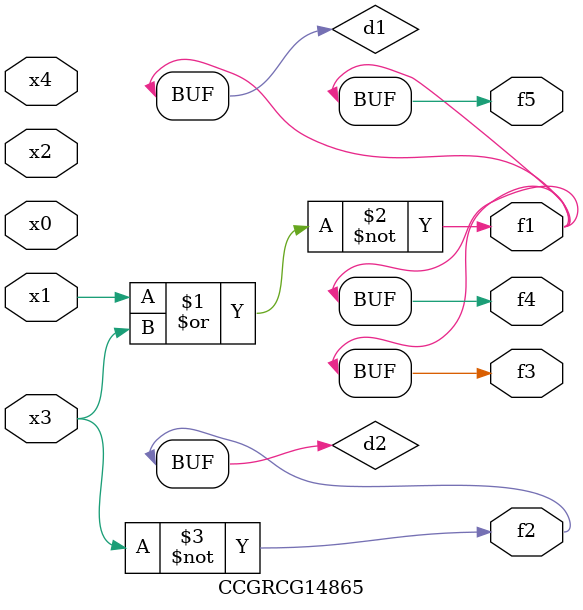
<source format=v>
module CCGRCG14865(
	input x0, x1, x2, x3, x4,
	output f1, f2, f3, f4, f5
);

	wire d1, d2;

	nor (d1, x1, x3);
	not (d2, x3);
	assign f1 = d1;
	assign f2 = d2;
	assign f3 = d1;
	assign f4 = d1;
	assign f5 = d1;
endmodule

</source>
